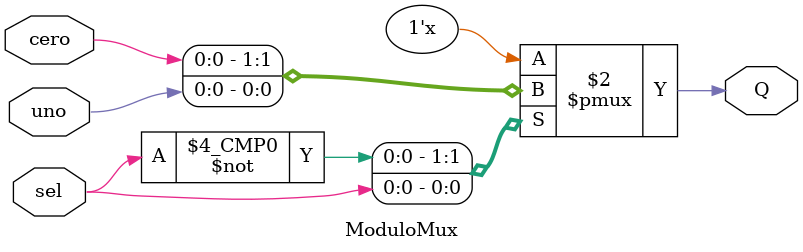
<source format=v>
module ModuloMux(
	input wire uno,
	input wire cero,
	input wire sel,
	output reg Q);
	
	always@*
		begin
			case (sel)
				1'b0: Q = cero;
				1'b1: Q = uno;
				default: Q = 0;
			endcase
		end

endmodule
</source>
